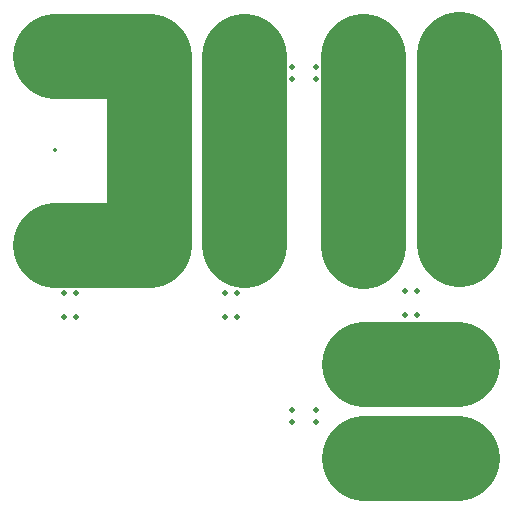
<source format=gbl>
%TF.GenerationSoftware,KiCad,Pcbnew,4.0.5-e0-6337~49~ubuntu16.04.1*%
%TF.CreationDate,2017-07-06T19:13:04-07:00*%
%TF.ProjectId,SMTLimitLED-SMTButton-Battery,534D544C696D69744C45442D534D5442,1.0*%
%TF.FileFunction,Copper,L2,Bot,Signal*%
%FSLAX46Y46*%
G04 Gerber Fmt 4.6, Leading zero omitted, Abs format (unit mm)*
G04 Created by KiCad (PCBNEW 4.0.5-e0-6337~49~ubuntu16.04.1) date Thu Jul  6 19:13:04 2017*
%MOMM*%
%LPD*%
G01*
G04 APERTURE LIST*
%ADD10C,0.350000*%
%ADD11C,7.200000*%
%ADD12C,0.500000*%
%ADD13C,6.000000*%
%ADD14C,0.350000*%
G04 APERTURE END LIST*
D10*
D11*
X87000000Y-113300000D02*
X94900000Y-113300000D01*
X87000000Y-105300000D02*
X94900000Y-105300000D01*
X68813400Y-79222000D02*
X68813400Y-95222000D01*
X60813400Y-79222000D02*
X68813400Y-79222000D01*
X60813400Y-95222000D02*
X68813400Y-95222000D01*
X76813400Y-95222000D02*
X76813400Y-79222000D01*
X95003400Y-79102000D02*
X95003400Y-95202000D01*
X86903400Y-79202000D02*
X86903400Y-95302000D01*
D12*
X61615400Y-99276000D03*
X62631400Y-99276000D03*
X62631400Y-101308000D03*
X61615400Y-101308000D03*
X75215400Y-99276000D03*
X76231400Y-99276000D03*
X76231400Y-101308000D03*
X75215400Y-101308000D03*
X82939400Y-109204000D03*
X82939400Y-110220000D03*
X80907400Y-110220000D03*
X80907400Y-109204000D03*
X80897400Y-81230000D03*
X80897400Y-80214000D03*
X82929400Y-80214000D03*
X82929400Y-81230000D03*
X91519400Y-101212000D03*
X90503400Y-101212000D03*
X90503400Y-99180000D03*
X91519400Y-99180000D03*
D13*
X87000000Y-113300000D03*
X87000000Y-105300000D03*
X95000000Y-105300000D03*
X95000000Y-113300000D03*
X60813400Y-79222000D03*
X76813400Y-79222000D03*
X60813400Y-95222000D03*
X76813400Y-95222000D03*
X87003400Y-95202000D03*
X87003400Y-87202000D03*
X95003400Y-87202000D03*
X95003400Y-95202000D03*
X87003400Y-79202000D03*
X95003400Y-79202000D03*
D14*
X61615400Y-99276000D03*
X62631400Y-99276000D03*
X62631400Y-101308000D03*
X61615400Y-101308000D03*
X75215400Y-99276000D03*
X76231400Y-99276000D03*
X76231400Y-101308000D03*
X75215400Y-101308000D03*
X82939400Y-109204000D03*
X82939400Y-110220000D03*
X80907400Y-110220000D03*
X80907400Y-109204000D03*
X80897400Y-81230000D03*
X80897400Y-80214000D03*
X82929400Y-80214000D03*
X82929400Y-81230000D03*
X91519400Y-101212000D03*
X90503400Y-101212000D03*
X90503400Y-99180000D03*
X91519400Y-99180000D03*
X87000000Y-113300000D03*
X87000000Y-105300000D03*
X95000000Y-105300000D03*
X95000000Y-113300000D03*
X68813400Y-87222000D03*
X60813400Y-87222000D03*
X76813400Y-87222000D03*
X60813400Y-79222000D03*
X68813400Y-79222000D03*
X76813400Y-79222000D03*
X60813400Y-95222000D03*
X68813400Y-95222000D03*
X76813400Y-95222000D03*
X87003400Y-95202000D03*
X87003400Y-87202000D03*
X95003400Y-87202000D03*
X95003400Y-95202000D03*
X87003400Y-79202000D03*
X95003400Y-79202000D03*
M02*

</source>
